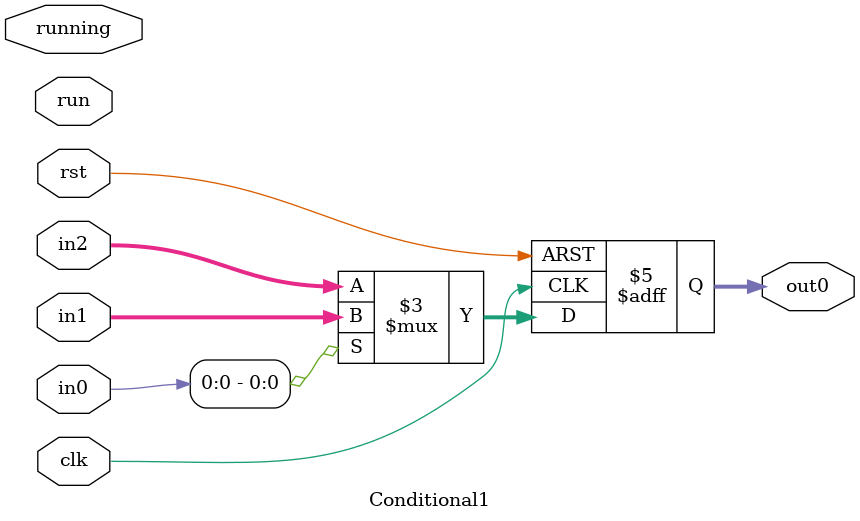
<source format=v>
`timescale 1ns / 1ps

module Conditional1 
     (
   input                   clk,
   input                   rst,

   input                   running,
   input                   run,

   input [31:0]            in0, // Selector
   input [31:0]            in1,
   input [31:0]            in2,

   (* versat_latency = 1 *) output reg [31:0] out0
     );

always @(posedge clk,posedge rst)
begin
     if(rst) begin
          out0 <= 0;          
     end else begin
          if(in0[0]) begin
               out0 <= in1;
          end else begin
               out0 <= in2;
          end
     end
end

endmodule

</source>
